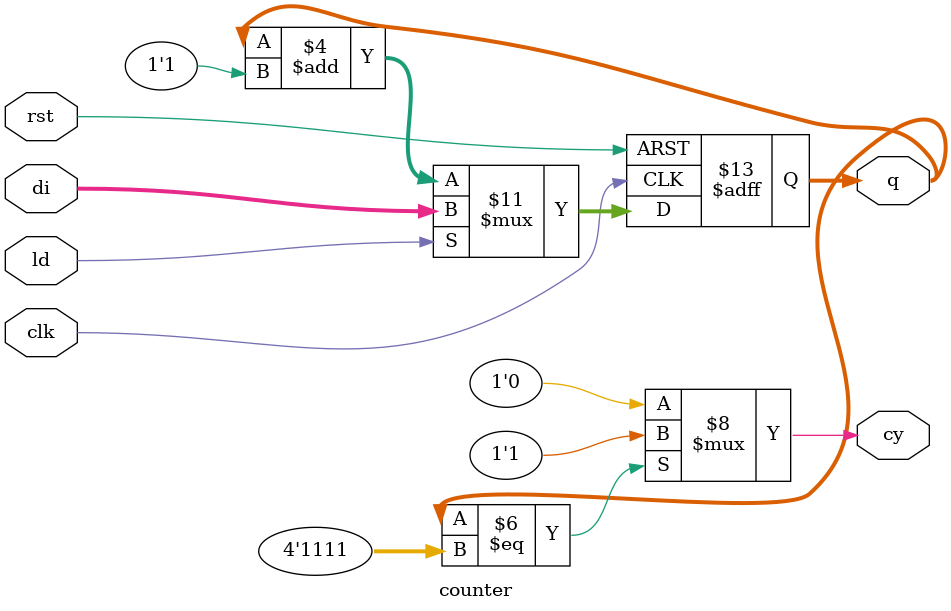
<source format=v>
module counter(clk,rst,ld,di,q,cy);
input clk;
input rst;
input ld;
input[3:0] di;
output[3:0] q;
output cy;
//---------------------------------------------------
reg[3:0] q;
reg cy;
//---------------------------------------------------
always @(posedge clk or posedge rst)
begin
    if(rst == 1'b1)
        q <= 4'b0000;
    else if(ld == 1'b1)
        q <= di;
    else
        q <= q + 1'b1;
end
//---------------------------------------------------
always @(q)
begin
    if(q == 4'b1111)
        cy = 1'b1;
    else
        cy = 1'b0;
end
//---------------------------------------------------
endmodule

</source>
